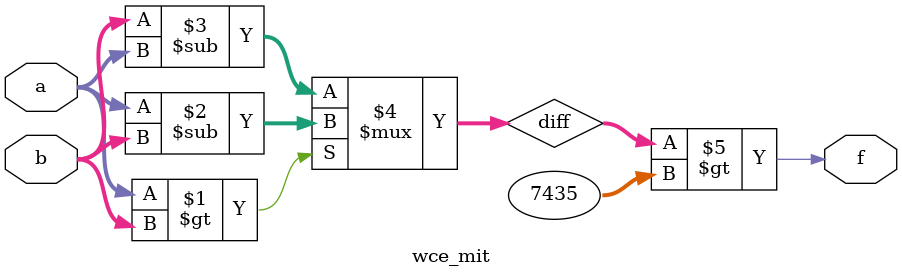
<source format=v>
module wce_mit(a, b, f);
parameter _bit = 16;
parameter wce = 7435;
input [_bit - 1: 0] a;
input [_bit - 1: 0] b;
output f;
wire [_bit - 1: 0] diff;
assign diff = (a > b)? (a - b): (b - a);
assign f = (diff > wce);
endmodule

</source>
